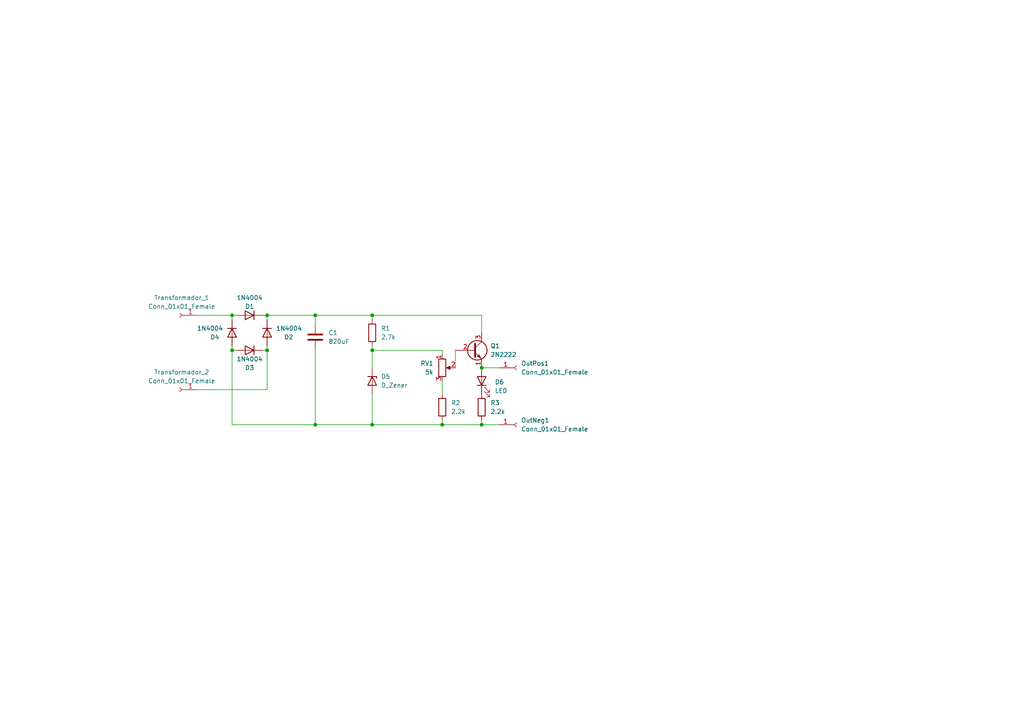
<source format=kicad_sch>
(kicad_sch (version 20211123) (generator eeschema)
  (paper "A4")
  (lib_symbols
    (symbol "Connector:Conn_01x01_Female" (pin_names (offset 1.016) hide)
      (property "Reference" "J" (at 0 2.54 0))
      (property "Value" "Conn_01x01_Female" (at 0 -2.54 0))
      (symbol "Conn_01x01_Female_1_1"
        (polyline (pts (xy -1.27 0) (xy -0.508 0)) (stroke (width 0.1524)))
        (arc (start 0 0.508) (mid -0.508 0) (end 0 -0.508) (stroke (width 0.1524)))
        (pin passive line (at -5.08 0 0) (length 3.81) (name "Pin_1") (number "1"))
      )
    )
    (symbol "Device:C" (pin_numbers hide) (pin_names (offset 0.254))
      (property "Reference" "C" (at 0.635 2.54 0))
      (property "Value" "C" (at 0.635 -2.54 0))
      (symbol "C_0_1"
        (polyline (pts (xy -2.032 -0.762) (xy 2.032 -0.762)) (stroke (width 0.508)))
        (polyline (pts (xy -2.032 0.762) (xy 2.032 0.762)) (stroke (width 0.508)))
      )
      (symbol "C_1_1"
        (pin passive line (at 0 3.81 270) (length 2.794) (name "~") (number "1"))
        (pin passive line (at 0 -3.81 90) (length 2.794) (name "~") (number "2"))
      )
    )
    (symbol "Device:D_Zener" (pin_numbers hide) (pin_names (offset 1.016) hide)
      (property "Reference" "D" (at 0 2.54 0))
      (property "Value" "D_Zener" (at 0 -2.54 0))
      (symbol "D_Zener_0_1"
        (polyline (pts (xy 1.27 0) (xy -1.27 0)))
        (polyline (pts (xy -1.27 -1.27) (xy -1.27 1.27) (xy -0.762 1.27)) (stroke (width 0.254)))
        (polyline (pts (xy 1.27 -1.27) (xy 1.27 1.27) (xy -1.27 0) (xy 1.27 -1.27)) (stroke (width 0.254)))
      )
      (symbol "D_Zener_1_1"
        (pin passive line (at -3.81 0 0) (length 2.54) (name "K") (number "1"))
        (pin passive line (at 3.81 0 180) (length 2.54) (name "A") (number "2"))
      )
    )
    (symbol "Device:LED" (pin_numbers hide) (pin_names (offset 1.016) hide)
      (property "Reference" "D" (at 0 2.54 0))
      (property "Value" "LED" (at 0 -2.54 0))
      (symbol "LED_0_1"
        (polyline (pts (xy -1.27 -1.27) (xy -1.27 1.27)) (stroke (width 0.254)))
        (polyline (pts (xy -1.27 0) (xy 1.27 0)))
        (polyline (pts (xy 1.27 -1.27) (xy 1.27 1.27) (xy -1.27 0) (xy 1.27 -1.27)) (stroke (width 0.254)))
        (polyline (pts (xy -3.048 -0.762) (xy -4.572 -2.286) (xy -3.81 -2.286) (xy -4.572 -2.286) (xy -4.572 -1.524)))
        (polyline (pts (xy -1.778 -0.762) (xy -3.302 -2.286) (xy -2.54 -2.286) (xy -3.302 -2.286) (xy -3.302 -1.524)))
      )
      (symbol "LED_1_1"
        (pin passive line (at -3.81 0 0) (length 2.54) (name "K") (number "1"))
        (pin passive line (at 3.81 0 180) (length 2.54) (name "A") (number "2"))
      )
    )
    (symbol "Device:R" (pin_numbers hide) (pin_names (offset 0))
      (property "Reference" "R" (at 2.032 0 90))
      (property "Value" "R" (at 0 0 90))
      (symbol "R_0_1"
        (rectangle (start -1.016 -2.54) (end 1.016 2.54) (stroke (width 0.254)))
      )
      (symbol "R_1_1"
        (pin passive line (at 0 3.81 270) (length 1.27) (name "~") (number "1"))
        (pin passive line (at 0 -3.81 90) (length 1.27) (name "~") (number "2"))
      )
    )
    (symbol "Device:R_Potentiometer" (pin_names (offset 1.016) hide)
      (property "Reference" "RV" (at -4.445 0 90))
      (property "Value" "R_Potentiometer" (at -2.54 0 90))
      (symbol "R_Potentiometer_0_1"
        (polyline (pts (xy 2.54 0) (xy 1.524 0)))
        (polyline (pts (xy 1.143 0) (xy 2.286 0.508) (xy 2.286 -0.508) (xy 1.143 0)) (fill (type outline)))
        (rectangle (start 1.016 2.54) (end -1.016 -2.54) (stroke (width 0.254)))
      )
      (symbol "R_Potentiometer_1_1"
        (pin passive line (at 0 3.81 270) (length 1.27) (name "1") (number "1"))
        (pin passive line (at 3.81 0 180) (length 1.27) (name "2") (number "2"))
        (pin passive line (at 0 -3.81 90) (length 1.27) (name "3") (number "3"))
      )
    )
    (symbol "Diode:1N4004" (pin_numbers hide) (pin_names hide)
      (property "Reference" "D" (at 0 2.54 0))
      (property "Value" "1N4004" (at 0 -2.54 0))
      (symbol "1N4004_0_1"
        (polyline (pts (xy -1.27 1.27) (xy -1.27 -1.27)) (stroke (width 0.254)))
        (polyline (pts (xy 1.27 0) (xy -1.27 0)))
        (polyline (pts (xy 1.27 1.27) (xy 1.27 -1.27) (xy -1.27 0) (xy 1.27 1.27)) (stroke (width 0.254)))
      )
      (symbol "1N4004_1_1"
        (pin passive line (at -3.81 0 0) (length 2.54) (name "K") (number "1"))
        (pin passive line (at 3.81 0 180) (length 2.54) (name "A") (number "2"))
      )
    )
    (symbol "Transistor_BJT:2N2219" (pin_names (offset 0) hide)
      (property "Reference" "Q" (at 5.08 1.905 0))
      (property "Value" "2N2219" (at 5.08 0 0))
      (symbol "2N2219_0_1"
        (polyline (pts (xy 0.635 0.635) (xy 2.54 2.54)))
        (polyline (pts (xy 0.635 -0.635) (xy 2.54 -2.54) (xy 2.54 -2.54)))
        (polyline (pts (xy 0.635 1.905) (xy 0.635 -1.905) (xy 0.635 -1.905)) (stroke (width 0.508)))
        (polyline (pts (xy 1.27 -1.778) (xy 1.778 -1.27) (xy 2.286 -2.286) (xy 1.27 -1.778) (xy 1.27 -1.778)) (fill (type outline)))
        (circle (center 1.27 0) (radius 2.8194) (stroke (width 0.254)))
      )
      (symbol "2N2219_1_1"
        (pin passive line (at 2.54 -5.08 90) (length 2.54) (name "E") (number "1"))
        (pin passive line (at -5.08 0 0) (length 5.715) (name "B") (number "2"))
        (pin passive line (at 2.54 5.08 270) (length 2.54) (name "C") (number "3"))
      )
    )
  )
  (junction (at 139.7 106.68))
  (junction (at 107.95 101.6))
  (junction (at 67.31 91.44))
  (junction (at 107.95 91.44))
  (junction (at 77.47 91.44))
  (junction (at 139.7 123.19))
  (junction (at 107.95 123.19))
  (junction (at 77.47 101.6))
  (junction (at 91.44 91.44))
  (junction (at 91.44 123.19))
  (junction (at 128.27 123.19))
  (junction (at 67.31 101.6))
  (wire (pts (xy 67.31 91.44) (xy 68.58 91.44)))
  (wire (pts (xy 128.27 101.6) (xy 128.27 102.87)))
  (wire (pts (xy 91.44 91.44) (xy 91.44 93.98)))
  (wire (pts (xy 107.95 123.19) (xy 128.27 123.19)))
  (wire (pts (xy 67.31 123.19) (xy 91.44 123.19)))
  (wire (pts (xy 57.15 91.44) (xy 67.31 91.44)))
  (wire (pts (xy 128.27 123.19) (xy 128.27 121.92)))
  (wire (pts (xy 76.2 101.6) (xy 77.47 101.6)))
  (wire (pts (xy 77.47 91.44) (xy 91.44 91.44)))
  (wire (pts (xy 139.7 123.19) (xy 144.78 123.19)))
  (wire (pts (xy 128.27 123.19) (xy 139.7 123.19)))
  (wire (pts (xy 139.7 123.19) (xy 139.7 121.92)))
  (wire (pts (xy 57.15 113.03) (xy 77.47 113.03)))
  (wire (pts (xy 139.7 106.68) (xy 144.78 106.68)))
  (wire (pts (xy 67.31 100.33) (xy 67.31 101.6)))
  (wire (pts (xy 107.95 101.6) (xy 107.95 106.68)))
  (wire (pts (xy 91.44 101.6) (xy 91.44 123.19)))
  (wire (pts (xy 67.31 101.6) (xy 68.58 101.6)))
  (wire (pts (xy 91.44 91.44) (xy 107.95 91.44)))
  (wire (pts (xy 107.95 100.33) (xy 107.95 101.6)))
  (wire (pts (xy 77.47 113.03) (xy 77.47 101.6)))
  (wire (pts (xy 107.95 91.44) (xy 107.95 92.71)))
  (wire (pts (xy 67.31 92.71) (xy 67.31 91.44)))
  (wire (pts (xy 67.31 101.6) (xy 67.31 123.19)))
  (wire (pts (xy 139.7 91.44) (xy 139.7 96.52)))
  (wire (pts (xy 107.95 123.19) (xy 91.44 123.19)))
  (wire (pts (xy 132.08 101.6) (xy 132.08 106.68)))
  (wire (pts (xy 107.95 91.44) (xy 139.7 91.44)))
  (wire (pts (xy 77.47 101.6) (xy 77.47 100.33)))
  (wire (pts (xy 107.95 114.3) (xy 107.95 123.19)))
  (wire (pts (xy 76.2 91.44) (xy 77.47 91.44)))
  (wire (pts (xy 77.47 91.44) (xy 77.47 92.71)))
  (wire (pts (xy 107.95 101.6) (xy 128.27 101.6)))
  (wire (pts (xy 128.27 110.49) (xy 128.27 114.3)))
  (symbol (lib_id "Connector:Conn_01x01_Female") (at 52.07 91.44 180) (unit 1)
    (property "Reference" "Transformador_1" (at 52.705 86.36 0))
    (property "Value" "Conn_01x01_Female" (at 52.705 88.9 0))
    (property "Footprint" "Connector_Pin:Pin_D1.0mm_L10.0mm" (effects hide))
  )
  (symbol (lib_id "Device:D_Zener") (at 107.95 110.49 270) (unit 1)
    (property "Reference" "D5" (at 110.49 109.2199 90) (effects (justify left)))
    (property "Value" "D_Zener" (at 110.49 111.7599 90) (effects (justify left)))
    (property "Footprint" "Diode_THT:D_DO-35_SOD27_P7.62mm_Horizontal" (effects hide))
  )
  (symbol (lib_id "Diode:1N4004") (at 72.39 91.44 180) (unit 1)
    (property "Reference" "D1" (at 72.39 88.9 0))
    (property "Value" "1N4004" (at 72.39 86.36 0))
    (property "Footprint" "Diode_THT:D_DO-41_SOD81_P10.16mm_Horizontal" (effects hide))
    (property "Datasheet" "http://www.vishay.com/docs/88503/1n4001.pdf" (effects hide))
  )
  (symbol (lib_id "Device:C") (at 91.44 97.79 0) (unit 1)
    (property "Reference" "C1" (at 95.25 96.5199 0) (effects (justify left)))
    (property "Value" "820uF" (at 95.25 99.0599 0) (effects (justify left)))
    (property "Footprint" "Capacitor_THT:C_Radial_D6.3mm_H11.0mm_P2.50mm" (effects hide))
  )
  (symbol (lib_id "Device:R_Potentiometer") (at 128.27 106.68 0) (unit 1)
    (property "Reference" "RV1" (at 125.73 105.4099 0) (effects (justify right)))
    (property "Value" "5k" (at 125.73 107.9499 0) (effects (justify right)))
    (property "Footprint" "Potentiometer_THT:Potentiometer_Omeg_PC16BU_Vertical" (effects hide))
  )
  (symbol (lib_id "Device:R") (at 128.27 118.11 0) (unit 1)
    (property "Reference" "R2" (at 130.81 116.8399 0) (effects (justify left)))
    (property "Value" "2.2k" (at 130.81 119.3799 0) (effects (justify left)))
    (property "Footprint" "Resistor_THT:R_Axial_DIN0309_L9.0mm_D3.2mm_P15.24mm_Horizontal" (effects hide))
  )
  (symbol (lib_id "Device:R") (at 139.7 118.11 0) (unit 1)
    (property "Reference" "R3" (at 142.24 116.8399 0) (effects (justify left)))
    (property "Value" "2.2k" (at 142.24 119.3799 0) (effects (justify left)))
    (property "Footprint" "Resistor_THT:R_Axial_DIN0309_L9.0mm_D3.2mm_P15.24mm_Horizontal" (effects hide))
  )
  (symbol (lib_id "Device:LED") (at 139.7 110.49 90) (unit 1)
    (property "Reference" "D6" (at 143.51 110.8074 90) (effects (justify right)))
    (property "Value" "LED" (at 143.51 113.3474 90) (effects (justify right)))
    (property "Footprint" "LED_THT:LED_D5.0mm_Clear" (effects hide))
  )
  (symbol (lib_id "Diode:1N4004") (at 77.47 96.52 90) (mirror x) (unit 1)
    (property "Reference" "D2" (at 85.09 97.79 90) (effects (justify left)))
    (property "Value" "1N4004" (at 87.63 95.25 90) (effects (justify left)))
    (property "Footprint" "Diode_THT:D_DO-41_SOD81_P10.16mm_Horizontal" (effects hide))
    (property "Datasheet" "http://www.vishay.com/docs/88503/1n4001.pdf" (effects hide))
  )
  (symbol (lib_id "Device:R") (at 107.95 96.52 0) (unit 1)
    (property "Reference" "R1" (at 110.49 95.2499 0) (effects (justify left)))
    (property "Value" "2.7k" (at 110.49 97.7899 0) (effects (justify left)))
    (property "Footprint" "Resistor_THT:R_Axial_DIN0411_L9.9mm_D3.6mm_P15.24mm_Horizontal" (effects hide))
  )
  (symbol (lib_id "Transistor_BJT:2N2219") (at 137.16 101.6 0) (unit 1)
    (property "Reference" "Q1" (at 142.24 100.3299 0) (effects (justify left)))
    (property "Value" "2N2222" (at 142.24 102.8699 0) (effects (justify left)))
    (property "Footprint" "Package_TO_SOT_THT:TO-39-3" (effects hide))
    (property "Datasheet" "http://www.onsemi.com/pub_link/Collateral/2N2219-D.PDF" (effects hide))
  )
  (symbol (lib_id "Connector:Conn_01x01_Female") (at 149.86 123.19 0) (unit 1)
    (property "Reference" "OutNeg1" (at 151.13 121.9199 0) (effects (justify left)))
    (property "Value" "Conn_01x01_Female" (at 151.13 124.4599 0) (effects (justify left)))
    (property "Footprint" "Connector_Pin:Pin_D1.0mm_L10.0mm" (effects hide))
  )
  (symbol (lib_id "Diode:1N4004") (at 72.39 101.6 180) (unit 1)
    (property "Reference" "D3" (at 72.39 106.68 0))
    (property "Value" "1N4004" (at 72.39 104.14 0))
    (property "Footprint" "Diode_THT:D_DO-41_SOD81_P10.16mm_Horizontal" (effects hide))
    (property "Datasheet" "http://www.vishay.com/docs/88503/1n4001.pdf" (effects hide))
  )
  (symbol (lib_id "Diode:1N4004") (at 67.31 96.52 270) (unit 1)
    (property "Reference" "D4" (at 60.96 97.79 90) (effects (justify left)))
    (property "Value" "1N4004" (at 57.15 95.25 90) (effects (justify left)))
    (property "Footprint" "Diode_THT:D_DO-41_SOD81_P10.16mm_Horizontal" (effects hide))
    (property "Datasheet" "http://www.vishay.com/docs/88503/1n4001.pdf" (effects hide))
  )
  (symbol (lib_id "Connector:Conn_01x01_Female") (at 149.86 106.68 0) (unit 1)
    (property "Reference" "OutPos1" (at 151.13 105.4099 0) (effects (justify left)))
    (property "Value" "Conn_01x01_Female" (at 151.13 107.9499 0) (effects (justify left)))
    (property "Footprint" "Connector_Pin:Pin_D1.0mm_L10.0mm" (effects hide))
  )
  (symbol (lib_id "Connector:Conn_01x01_Female") (at 52.07 113.03 180) (unit 1)
    (property "Reference" "Transformador_2" (at 52.705 107.95 0))
    (property "Value" "Conn_01x01_Female" (at 52.705 110.49 0))
    (property "Footprint" "Connector_Pin:Pin_D1.0mm_L10.0mm" (effects hide))
  )
)
</source>
